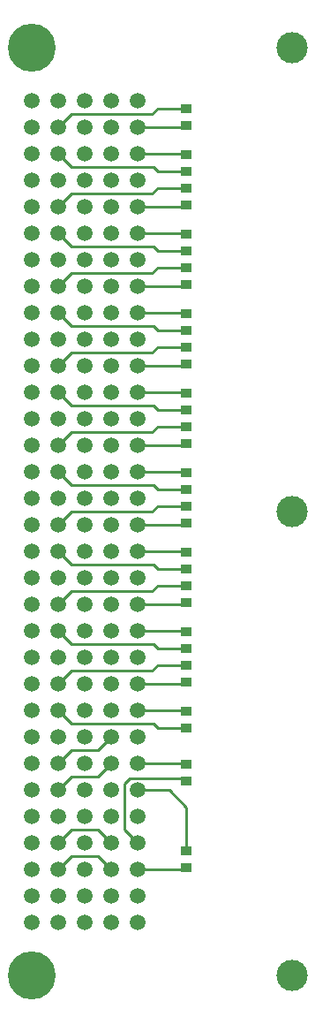
<source format=gbl>
%FSLAX25Y25*%
%MOIN*%
G70*
G01*
G75*
G04 Layer_Physical_Order=2*
G04 Layer_Color=16711680*
%ADD10C,0.11811*%
%ADD11C,0.18110*%
%ADD12C,0.05906*%
%ADD13R,0.03937X0.03543*%
%ADD14C,0.01000*%
D10*
X98425Y175000D02*
D03*
Y0D02*
D03*
Y350000D02*
D03*
D11*
X0Y350000D02*
D03*
Y0D02*
D03*
D12*
X10000Y330000D02*
D03*
Y320000D02*
D03*
Y310000D02*
D03*
Y300000D02*
D03*
Y290000D02*
D03*
Y280000D02*
D03*
Y270000D02*
D03*
Y260000D02*
D03*
Y180000D02*
D03*
Y190000D02*
D03*
Y200000D02*
D03*
Y210000D02*
D03*
Y220000D02*
D03*
Y230000D02*
D03*
Y240000D02*
D03*
Y250000D02*
D03*
Y100000D02*
D03*
Y110000D02*
D03*
Y120000D02*
D03*
Y130000D02*
D03*
Y140000D02*
D03*
Y150000D02*
D03*
Y160000D02*
D03*
Y170000D02*
D03*
Y20000D02*
D03*
Y30000D02*
D03*
Y40000D02*
D03*
Y50000D02*
D03*
Y60000D02*
D03*
Y70000D02*
D03*
Y80000D02*
D03*
Y90000D02*
D03*
X20000D02*
D03*
Y80000D02*
D03*
Y70000D02*
D03*
Y60000D02*
D03*
Y50000D02*
D03*
Y40000D02*
D03*
Y30000D02*
D03*
Y20000D02*
D03*
Y170000D02*
D03*
Y160000D02*
D03*
Y150000D02*
D03*
Y140000D02*
D03*
Y130000D02*
D03*
Y120000D02*
D03*
Y110000D02*
D03*
Y100000D02*
D03*
Y250000D02*
D03*
Y240000D02*
D03*
Y230000D02*
D03*
Y220000D02*
D03*
Y210000D02*
D03*
Y200000D02*
D03*
Y190000D02*
D03*
Y180000D02*
D03*
Y260000D02*
D03*
Y270000D02*
D03*
Y280000D02*
D03*
Y290000D02*
D03*
Y300000D02*
D03*
Y310000D02*
D03*
Y320000D02*
D03*
Y330000D02*
D03*
X30000Y90000D02*
D03*
Y80000D02*
D03*
Y70000D02*
D03*
Y60000D02*
D03*
Y50000D02*
D03*
Y40000D02*
D03*
Y30000D02*
D03*
Y20000D02*
D03*
Y170000D02*
D03*
Y160000D02*
D03*
Y150000D02*
D03*
Y140000D02*
D03*
Y130000D02*
D03*
Y120000D02*
D03*
Y110000D02*
D03*
Y100000D02*
D03*
Y250000D02*
D03*
Y240000D02*
D03*
Y230000D02*
D03*
Y220000D02*
D03*
Y210000D02*
D03*
Y200000D02*
D03*
Y190000D02*
D03*
Y180000D02*
D03*
Y260000D02*
D03*
Y270000D02*
D03*
Y280000D02*
D03*
Y290000D02*
D03*
Y300000D02*
D03*
Y310000D02*
D03*
Y320000D02*
D03*
Y330000D02*
D03*
X0D02*
D03*
Y320000D02*
D03*
Y310000D02*
D03*
Y300000D02*
D03*
Y290000D02*
D03*
Y280000D02*
D03*
Y270000D02*
D03*
Y260000D02*
D03*
Y180000D02*
D03*
Y190000D02*
D03*
Y200000D02*
D03*
Y210000D02*
D03*
Y220000D02*
D03*
Y230000D02*
D03*
Y240000D02*
D03*
Y250000D02*
D03*
Y100000D02*
D03*
Y110000D02*
D03*
Y120000D02*
D03*
Y130000D02*
D03*
Y140000D02*
D03*
Y150000D02*
D03*
Y160000D02*
D03*
Y170000D02*
D03*
Y20000D02*
D03*
Y30000D02*
D03*
Y40000D02*
D03*
Y50000D02*
D03*
Y60000D02*
D03*
Y70000D02*
D03*
Y80000D02*
D03*
Y90000D02*
D03*
X40000Y330000D02*
D03*
Y320000D02*
D03*
Y310000D02*
D03*
Y300000D02*
D03*
Y290000D02*
D03*
Y280000D02*
D03*
Y270000D02*
D03*
Y260000D02*
D03*
Y180000D02*
D03*
Y190000D02*
D03*
Y200000D02*
D03*
Y210000D02*
D03*
Y220000D02*
D03*
Y230000D02*
D03*
Y240000D02*
D03*
Y250000D02*
D03*
Y100000D02*
D03*
Y110000D02*
D03*
Y120000D02*
D03*
Y130000D02*
D03*
Y140000D02*
D03*
Y150000D02*
D03*
Y160000D02*
D03*
Y170000D02*
D03*
Y20000D02*
D03*
Y30000D02*
D03*
Y40000D02*
D03*
Y50000D02*
D03*
Y60000D02*
D03*
Y70000D02*
D03*
Y80000D02*
D03*
Y90000D02*
D03*
D13*
X58500Y47150D02*
D03*
Y40850D02*
D03*
Y79650D02*
D03*
Y73350D02*
D03*
Y93350D02*
D03*
Y99650D02*
D03*
Y117150D02*
D03*
Y110850D02*
D03*
Y123350D02*
D03*
Y129650D02*
D03*
Y147150D02*
D03*
Y140850D02*
D03*
Y153350D02*
D03*
Y159650D02*
D03*
Y177150D02*
D03*
Y170850D02*
D03*
Y183350D02*
D03*
Y189650D02*
D03*
Y207150D02*
D03*
Y200850D02*
D03*
Y213350D02*
D03*
Y219650D02*
D03*
Y237150D02*
D03*
Y230850D02*
D03*
Y243350D02*
D03*
Y249650D02*
D03*
Y267150D02*
D03*
Y260850D02*
D03*
Y273350D02*
D03*
Y279650D02*
D03*
Y297150D02*
D03*
Y290850D02*
D03*
Y303350D02*
D03*
Y309650D02*
D03*
Y327150D02*
D03*
Y320850D02*
D03*
D14*
X25000Y45000D02*
X30000Y40000D01*
X15000Y45000D02*
X25000D01*
X10000Y40000D02*
X15000Y45000D01*
X57650Y40000D02*
X58500Y40850D01*
X40000Y40000D02*
X57650D01*
X58500Y47150D02*
Y63500D01*
X52000Y70000D02*
X58500Y63500D01*
X40000Y70000D02*
X52000D01*
X35000Y55000D02*
X40000Y50000D01*
X35000Y55000D02*
Y72500D01*
X37000Y74500D01*
X57350D01*
X58500Y73350D01*
X40000Y80000D02*
X58150D01*
X10000Y110000D02*
X15000Y115000D01*
X45500D01*
X47650Y117150D01*
X58500D01*
X40000Y110000D02*
X57650D01*
X58500Y110850D01*
X10000Y100000D02*
X15000Y95000D01*
X46000D01*
X47650Y93350D01*
X58500D01*
X40000Y100000D02*
X58150D01*
X58500Y99650D01*
X10000Y140000D02*
X15000Y145000D01*
X45500D01*
X47650Y147150D01*
X58500D01*
X40000Y140000D02*
X57650D01*
X58500Y140850D01*
X10000Y130000D02*
X15000Y125000D01*
X46000D01*
X47650Y123350D01*
X58500D01*
X40000Y130000D02*
X58150D01*
X58500Y129650D01*
X10000Y170000D02*
X15000Y175000D01*
X45500D01*
X47650Y177150D01*
X58500D01*
X40000Y170000D02*
X57650D01*
X58500Y170850D01*
X10000Y160000D02*
X15000Y155000D01*
X46000D01*
X47650Y153350D01*
X58500D01*
X40000Y160000D02*
X58150D01*
X58500Y159650D01*
X10000Y290000D02*
X15000Y295000D01*
X45500D01*
X47650Y297150D01*
X58500D01*
X40000Y290000D02*
X57650D01*
X58500Y290850D01*
X10000Y280000D02*
X15000Y275000D01*
X46000D01*
X47650Y273350D01*
X58500D01*
X40000Y280000D02*
X58150D01*
X58500Y279650D01*
X10000Y260000D02*
X15000Y265000D01*
X45500D01*
X47650Y267150D01*
X58500D01*
X40000Y260000D02*
X57650D01*
X58500Y260850D01*
X10000Y250000D02*
X15000Y245000D01*
X46000D01*
X47650Y243350D01*
X58500D01*
X40000Y250000D02*
X58150D01*
X58500Y249650D01*
X10000Y230000D02*
X15000Y235000D01*
X45500D01*
X47650Y237150D01*
X58500D01*
X40000Y230000D02*
X57650D01*
X58500Y230850D01*
X10000Y220000D02*
X15000Y215000D01*
X46000D01*
X47650Y213350D01*
X58500D01*
X40000Y220000D02*
X58150D01*
X58500Y219650D01*
X10000Y200000D02*
X15000Y205000D01*
X45500D01*
X47650Y207150D01*
X58500D01*
X40000Y200000D02*
X57650D01*
X58500Y200850D01*
X10000Y190000D02*
X15000Y185000D01*
X46000D01*
X47650Y183350D01*
X58500D01*
X40000Y190000D02*
X58150D01*
X58500Y189650D01*
X58150Y310000D02*
X58500Y309650D01*
X40000Y310000D02*
X58150D01*
X47650Y303350D02*
X58500D01*
X46000Y305000D02*
X47650Y303350D01*
X15000Y305000D02*
X46000D01*
X10000Y310000D02*
X15000Y305000D01*
X57650Y320000D02*
X58500Y320850D01*
X40000Y320000D02*
X57650D01*
X47650Y327150D02*
X58500D01*
X45500Y325000D02*
X47650Y327150D01*
X15000Y325000D02*
X45500D01*
X10000Y320000D02*
X15000Y325000D01*
X10000Y80000D02*
X15000Y85000D01*
X25000D01*
X30000Y90000D01*
X25000Y75000D02*
X30000Y80000D01*
X15000Y75000D02*
X25000D01*
X10000Y70000D02*
X15000Y75000D01*
X10000Y50000D02*
X15000Y55000D01*
X25000D01*
X30000Y50000D01*
M02*

</source>
